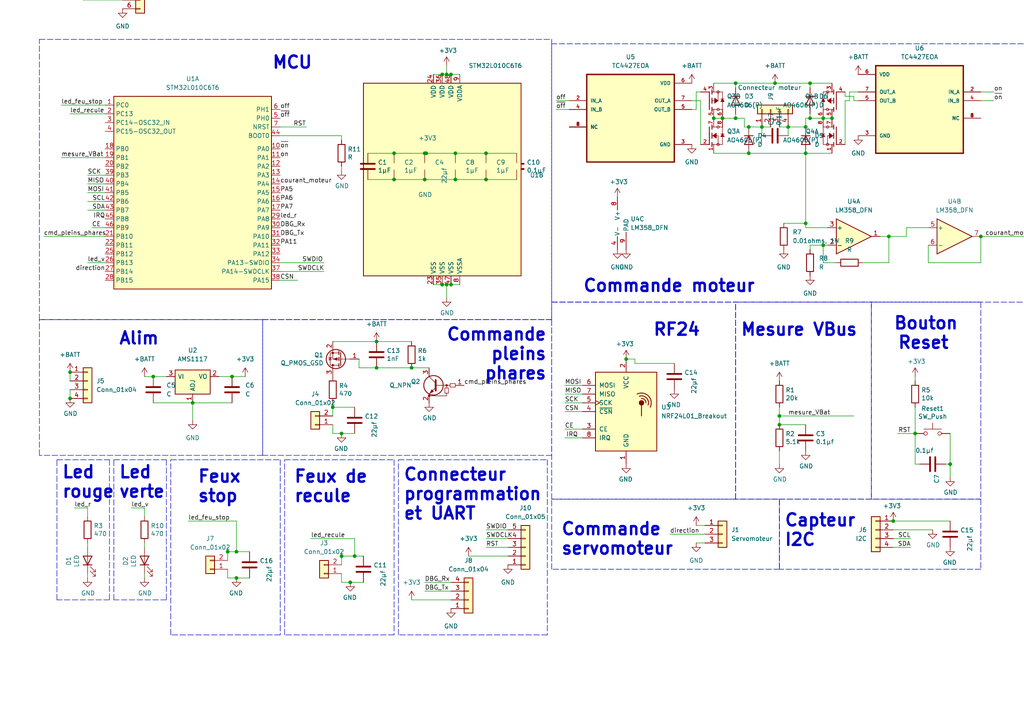
<source format=kicad_sch>
(kicad_sch (version 20211123) (generator eeschema)
  (paper "A4")
  (junction (at 213.36 34.29))
  (junction (at 209.55 34.29))
  (junction (at 99.06 125.73))
  (junction (at 234.95 24.13))
  (junction (at 226.06 120.65))
  (junction (at 238.76 34.29))
  (junction (at 140.97 44.45))
  (junction (at 220.98 36.83))
  (junction (at 257.81 68.58))
  (junction (at 238.76 71.12))
  (junction (at 130.81 21.59))
  (junction (at 128.27 21.59))
  (junction (at 226.06 123.19))
  (junction (at 114.3 44.45))
  (junction (at 233.68 44.45))
  (junction (at 99.06 161.29))
  (junction (at 132.08 52.07))
  (junction (at 128.27 82.55))
  (junction (at 123.19 52.07))
  (junction (at 265.43 125.73))
  (junction (at 44.45 109.22))
  (junction (at 68.58 160.02))
  (junction (at 119.38 106.68))
  (junction (at 129.54 21.59))
  (junction (at 102.87 161.29))
  (junction (at 217.17 44.45))
  (junction (at 20.32 115.57))
  (junction (at 181.61 104.14))
  (junction (at 241.3 34.29))
  (junction (at 55.88 116.84))
  (junction (at 217.17 36.83))
  (junction (at 224.79 24.13))
  (junction (at 123.6137 44.45))
  (junction (at 129.54 82.55))
  (junction (at 114.3 52.07))
  (junction (at 140.97 52.07))
  (junction (at 123.19 44.45))
  (junction (at 233.68 64.77))
  (junction (at 96.52 118.11))
  (junction (at 259.08 151.13))
  (junction (at 233.68 36.83))
  (junction (at 130.81 82.55))
  (junction (at 66.04 160.02))
  (junction (at 284.48 68.58))
  (junction (at 275.59 134.62))
  (junction (at 132.08 44.45))
  (junction (at 207.01 34.29))
  (junction (at 213.36 24.13))
  (junction (at 228.6 36.83))
  (junction (at 109.22 99.06))
  (junction (at 234.95 34.29))
  (junction (at 101.6 168.91))
  (junction (at 68.58 167.64))
  (junction (at 20.32 107.95))
  (junction (at 109.22 106.68))
  (junction (at 67.31 109.22))
  (wire (pts (xy 163.83 111.76) (xy 168.91 111.76)))
  (wire (pts (xy 105.41 168.91) (xy 101.6 168.91)))
  (wire (pts (xy 20.32 113.03) (xy 20.32 115.57)))
  (polyline (pts (xy 158.75 133.35) (xy 158.75 184.15)))
  (wire (pts (xy 96.52 125.73) (xy 96.52 123.19)))
  (wire (pts (xy 238.76 71.12) (xy 238.76 76.2)))
  (wire (pts (xy 228.6 36.83) (xy 233.68 36.83)))
  (polyline (pts (xy 160.02 87.63) (xy 300.99 87.63)))
  (wire (pts (xy 68.58 167.64) (xy 66.04 167.64)))
  (wire (pts (xy 163.83 114.3) (xy 168.91 114.3)))
  (wire (pts (xy 201.93 152.4) (xy 204.47 152.4)))
  (wire (pts (xy 123.19 168.91) (xy 130.81 168.91)))
  (wire (pts (xy 234.95 24.13) (xy 241.3 24.13)))
  (polyline (pts (xy 160.02 92.71) (xy 11.43 92.71)))
  (wire (pts (xy 184.15 105.41) (xy 184.15 104.14)))
  (wire (pts (xy 130.81 21.59) (xy 133.35 21.59)))
  (polyline (pts (xy 16.51 173.99) (xy 16.51 133.35)))
  (polyline (pts (xy 114.3 133.35) (xy 114.3 184.15)))
  (wire (pts (xy 129.54 86.36) (xy 129.54 82.55)))
  (polyline (pts (xy 252.73 87.63) (xy 284.48 87.63)))
  (wire (pts (xy 226.06 36.83) (xy 228.6 36.83)))
  (polyline (pts (xy 158.75 184.15) (xy 115.57 184.15)))
  (wire (pts (xy 215.9 34.29) (xy 215.9 36.83)))
  (wire (pts (xy 25.4 149.86) (xy 25.4 147.32)))
  (wire (pts (xy 96.52 120.65) (xy 96.52 118.11)))
  (wire (pts (xy 109.22 106.68) (xy 119.38 106.68)))
  (polyline (pts (xy 213.36 144.78) (xy 213.36 87.63)))
  (wire (pts (xy 17.78 45.72) (xy 30.48 45.72)))
  (polyline (pts (xy 82.55 184.15) (xy 82.55 133.35)))
  (wire (pts (xy 41.91 109.22) (xy 44.45 109.22)))
  (wire (pts (xy 128.27 82.55) (xy 129.54 82.55)))
  (polyline (pts (xy 31.75 173.99) (xy 16.51 173.99)))
  (polyline (pts (xy 49.53 133.35) (xy 81.28 133.35)))
  (wire (pts (xy 102.87 161.29) (xy 102.87 156.21)))
  (wire (pts (xy 262.89 66.04) (xy 262.89 68.58)))
  (wire (pts (xy 201.93 26.67) (xy 203.2 26.67)))
  (polyline (pts (xy 284.48 144.78) (xy 252.73 144.78)))
  (wire (pts (xy 246.38 26.67) (xy 248.92 26.67)))
  (wire (pts (xy 30.48 -10.16) (xy 35.56 -10.16)))
  (wire (pts (xy 257.81 76.2) (xy 257.81 68.58)))
  (wire (pts (xy 81.28 81.28) (xy 86.36 81.28)))
  (wire (pts (xy 207.01 44.45) (xy 217.17 44.45)))
  (wire (pts (xy 66.04 160.02) (xy 66.04 158.75)))
  (polyline (pts (xy 160.02 144.78) (xy 160.02 87.63)))
  (polyline (pts (xy 160.02 87.63) (xy 213.36 87.63)))
  (polyline (pts (xy 31.75 133.35) (xy 31.75 173.99)))
  (polyline (pts (xy 284.48 144.78) (xy 284.48 165.1)))
  (polyline (pts (xy 252.73 144.78) (xy 213.36 144.78)))
  (polyline (pts (xy 300.99 87.63) (xy 300.99 12.7)))
  (wire (pts (xy 209.55 34.29) (xy 213.36 34.29)))
  (wire (pts (xy 20.32 33.02) (xy 30.48 33.02)))
  (wire (pts (xy 257.81 68.58) (xy 255.27 68.58)))
  (polyline (pts (xy 252.73 144.78) (xy 252.73 87.63)))
  (wire (pts (xy 129.54 21.59) (xy 130.81 21.59)))
  (wire (pts (xy 135.89 161.29) (xy 147.32 161.29)))
  (wire (pts (xy 101.6 168.91) (xy 99.06 168.91)))
  (polyline (pts (xy 115.57 133.35) (xy 158.75 133.35)))
  (wire (pts (xy 163.83 116.84) (xy 168.91 116.84)))
  (wire (pts (xy 102.87 161.29) (xy 105.41 161.29)))
  (wire (pts (xy 30.48 58.42) (xy 25.4 58.42)))
  (wire (pts (xy 132.08 44.45) (xy 140.97 44.45)))
  (wire (pts (xy 238.76 71.12) (xy 234.95 71.12)))
  (wire (pts (xy 68.58 160.02) (xy 72.39 160.02)))
  (wire (pts (xy 130.81 82.55) (xy 133.35 82.55)))
  (wire (pts (xy 24.13 0) (xy 35.56 0)))
  (wire (pts (xy 20.32 107.95) (xy 20.32 110.49)))
  (polyline (pts (xy 11.43 132.08) (xy 11.43 92.71)))
  (wire (pts (xy 201.93 31.75) (xy 201.93 26.67)))
  (wire (pts (xy 96.52 118.11) (xy 102.87 118.11)))
  (wire (pts (xy 247.65 29.21) (xy 247.65 27.94)))
  (wire (pts (xy 25.4 50.8) (xy 30.48 50.8)))
  (polyline (pts (xy 48.26 173.99) (xy 33.02 173.99)))
  (wire (pts (xy 99.06 163.83) (xy 99.06 161.29)))
  (polyline (pts (xy 160.02 11.43) (xy 160.02 92.71)))
  (wire (pts (xy 184.15 104.14) (xy 181.61 104.14)))
  (wire (pts (xy 102.87 125.73) (xy 99.06 125.73)))
  (wire (pts (xy 99.06 161.29) (xy 102.87 161.29)))
  (wire (pts (xy 200.66 31.75) (xy 201.93 31.75)))
  (wire (pts (xy 81.28 39.37) (xy 99.06 39.37)))
  (wire (pts (xy 220.98 36.83) (xy 220.98 39.37)))
  (wire (pts (xy 123.19 44.45) (xy 123.6137 44.45)))
  (wire (pts (xy 66.04 160.02) (xy 68.58 160.02)))
  (wire (pts (xy 72.39 167.64) (xy 68.58 167.64)))
  (wire (pts (xy 140.97 44.45) (xy 149.86 44.45)))
  (wire (pts (xy 125.73 21.59) (xy 128.27 21.59)))
  (wire (pts (xy 200.66 29.21) (xy 203.2 29.21)))
  (wire (pts (xy 123.19 52.07) (xy 132.08 52.07)))
  (wire (pts (xy 132.08 52.07) (xy 140.97 52.07)))
  (wire (pts (xy 226.06 118.11) (xy 226.06 120.65)))
  (polyline (pts (xy 226.06 165.1) (xy 226.06 144.78)))
  (polyline (pts (xy 11.43 92.71) (xy 76.2 92.71)))
  (wire (pts (xy 21.59 147.32) (xy 25.4 147.32)))
  (wire (pts (xy 269.24 76.2) (xy 284.48 76.2)))
  (wire (pts (xy 114.3 52.07) (xy 123.19 52.07)))
  (wire (pts (xy 234.95 33.02) (xy 234.95 34.29)))
  (wire (pts (xy 248.92 29.21) (xy 247.65 29.21)))
  (wire (pts (xy 67.31 109.22) (xy 71.12 109.22)))
  (polyline (pts (xy 284.48 165.1) (xy 226.06 165.1)))
  (polyline (pts (xy 82.55 133.35) (xy 114.3 133.35)))
  (wire (pts (xy 125.73 82.55) (xy 128.27 82.55)))
  (wire (pts (xy 238.76 34.29) (xy 241.3 34.29)))
  (polyline (pts (xy 33.02 173.99) (xy 33.02 133.35)))
  (wire (pts (xy 233.68 36.83) (xy 233.68 34.29)))
  (wire (pts (xy 233.68 34.29) (xy 234.95 34.29)))
  (wire (pts (xy 265.43 110.49) (xy 265.43 109.22)))
  (wire (pts (xy 119.38 173.99) (xy 130.81 173.99)))
  (wire (pts (xy 213.36 24.13) (xy 213.36 25.4)))
  (wire (pts (xy 25.4 167.64) (xy 25.4 166.37)))
  (wire (pts (xy 245.11 41.91) (xy 245.11 29.21)))
  (polyline (pts (xy 160.02 12.7) (xy 160.02 87.63)))
  (wire (pts (xy 68.58 151.13) (xy 68.58 160.02)))
  (wire (pts (xy 284.48 68.58) (xy 299.72 68.58)))
  (wire (pts (xy 234.95 24.13) (xy 234.95 25.4)))
  (wire (pts (xy 284.48 26.67) (xy 288.29 26.67)))
  (wire (pts (xy 99.06 125.73) (xy 96.52 125.73)))
  (polyline (pts (xy 160.02 92.71) (xy 160.02 132.08)))
  (wire (pts (xy 161.29 31.75) (xy 165.1 31.75)))
  (polyline (pts (xy 226.06 144.78) (xy 284.48 144.78)))
  (wire (pts (xy 213.36 34.29) (xy 215.9 34.29)))
  (wire (pts (xy 207.01 24.13) (xy 213.36 24.13)))
  (wire (pts (xy 217.17 44.45) (xy 233.68 44.45)))
  (wire (pts (xy 233.68 44.45) (xy 241.3 44.45)))
  (wire (pts (xy 96.52 99.06) (xy 109.22 99.06)))
  (polyline (pts (xy 76.2 92.71) (xy 160.02 92.71)))
  (wire (pts (xy 104.14 104.14) (xy 104.14 106.68)))
  (wire (pts (xy 275.59 134.62) (xy 274.32 134.62)))
  (wire (pts (xy 275.59 138.43) (xy 275.59 134.62)))
  (wire (pts (xy 128.27 21.59) (xy 129.54 21.59)))
  (wire (pts (xy 26.67 66.04) (xy 30.48 66.04)))
  (wire (pts (xy 41.91 157.48) (xy 41.91 158.75)))
  (wire (pts (xy 54.61 151.13) (xy 68.58 151.13)))
  (wire (pts (xy 269.24 71.12) (xy 269.24 76.2)))
  (wire (pts (xy 25.4 55.88) (xy 30.48 55.88)))
  (wire (pts (xy 114.3 44.45) (xy 123.19 44.45)))
  (polyline (pts (xy 76.2 132.08) (xy 11.43 132.08)))
  (polyline (pts (xy 49.53 184.15) (xy 49.53 133.35)))
  (wire (pts (xy 220.98 36.83) (xy 223.52 36.83)))
  (wire (pts (xy 234.95 34.29) (xy 238.76 34.29)))
  (wire (pts (xy 201.93 157.48) (xy 204.47 157.48)))
  (wire (pts (xy 194.31 154.94) (xy 204.47 154.94)))
  (polyline (pts (xy 16.51 133.35) (xy 31.75 133.35)))
  (wire (pts (xy 228.6 36.83) (xy 228.6 39.37)))
  (wire (pts (xy 269.24 66.04) (xy 262.89 66.04)))
  (wire (pts (xy 140.97 158.75) (xy 147.32 158.75)))
  (wire (pts (xy 233.68 44.45) (xy 233.68 64.77)))
  (wire (pts (xy 203.2 29.21) (xy 203.2 41.91)))
  (wire (pts (xy 213.36 33.02) (xy 213.36 34.29)))
  (polyline (pts (xy 81.28 184.15) (xy 49.53 184.15)))
  (wire (pts (xy 233.68 64.77) (xy 233.68 66.04)))
  (wire (pts (xy 259.08 151.13) (xy 275.59 151.13)))
  (wire (pts (xy 260.35 125.73) (xy 265.43 125.73)))
  (wire (pts (xy 99.06 48.26) (xy 99.06 49.53)))
  (wire (pts (xy 99.06 39.37) (xy 99.06 40.64)))
  (wire (pts (xy 25.4 53.34) (xy 30.48 53.34)))
  (wire (pts (xy 106.68 44.45) (xy 114.3 44.45)))
  (wire (pts (xy 215.9 36.83) (xy 217.17 36.83)))
  (wire (pts (xy 265.43 118.11) (xy 265.43 125.73)))
  (wire (pts (xy 226.06 120.65) (xy 226.06 123.19)))
  (wire (pts (xy 123.6137 44.45) (xy 132.08 44.45)))
  (wire (pts (xy 213.36 24.13) (xy 224.79 24.13)))
  (wire (pts (xy 140.97 153.67) (xy 147.32 153.67)))
  (wire (pts (xy 245.11 29.21) (xy 246.38 29.21)))
  (polyline (pts (xy 226.06 165.1) (xy 160.02 165.1)))
  (polyline (pts (xy 160.02 144.78) (xy 226.06 144.78)))
  (wire (pts (xy 44.45 116.84) (xy 55.88 116.84)))
  (polyline (pts (xy 213.36 144.78) (xy 213.36 87.63)))
  (wire (pts (xy 140.97 156.21) (xy 147.32 156.21)))
  (polyline (pts (xy 11.43 92.71) (xy 11.43 11.43)))
  (wire (pts (xy 63.5 109.22) (xy 67.31 109.22)))
  (polyline (pts (xy 48.26 133.35) (xy 48.26 173.99)))
  (wire (pts (xy 233.68 66.04) (xy 240.03 66.04)))
  (wire (pts (xy 240.03 71.12) (xy 238.76 71.12)))
  (wire (pts (xy 266.7 134.62) (xy 265.43 134.62)))
  (wire (pts (xy 161.29 29.21) (xy 165.1 29.21)))
  (wire (pts (xy 109.22 99.06) (xy 119.38 99.06)))
  (wire (pts (xy 30.48 -7.62) (xy 35.56 -7.62)))
  (wire (pts (xy 224.79 24.13) (xy 234.95 24.13)))
  (wire (pts (xy 99.06 168.91) (xy 99.06 166.37)))
  (wire (pts (xy 275.59 125.73) (xy 275.59 134.62)))
  (wire (pts (xy 44.45 109.22) (xy 48.26 109.22)))
  (wire (pts (xy 250.19 76.2) (xy 257.81 76.2)))
  (wire (pts (xy 96.52 118.11) (xy 96.52 116.84)))
  (polyline (pts (xy 114.3 184.15) (xy 82.55 184.15)))
  (wire (pts (xy 270.51 153.67) (xy 259.08 153.67)))
  (wire (pts (xy 41.91 149.86) (xy 41.91 147.32)))
  (wire (pts (xy 245.11 27.94) (xy 245.11 26.67)))
  (polyline (pts (xy 81.28 133.35) (xy 81.28 184.15)))
  (wire (pts (xy 123.19 171.45) (xy 130.81 171.45)))
  (wire (pts (xy 163.83 119.38) (xy 168.91 119.38)))
  (wire (pts (xy 195.58 105.41) (xy 184.15 105.41)))
  (polyline (pts (xy 115.57 184.15) (xy 115.57 133.35)))
  (wire (pts (xy 284.48 76.2) (xy 284.48 68.58)))
  (wire (pts (xy 30.48 -2.54) (xy 35.56 -2.54)))
  (wire (pts (xy 17.78 30.48) (xy 30.48 30.48)))
  (wire (pts (xy 38.1 147.32) (xy 41.91 147.32)))
  (polyline (pts (xy 252.73 87.63) (xy 252.73 144.78)))
  (polyline (pts (xy 289.56 12.7) (xy 160.02 12.7)))
  (wire (pts (xy 246.38 29.21) (xy 246.38 26.67)))
  (wire (pts (xy 25.4 76.2) (xy 30.48 76.2)))
  (wire (pts (xy 55.88 116.84) (xy 67.31 116.84)))
  (wire (pts (xy 163.83 127) (xy 168.91 127)))
  (wire (pts (xy 55.88 121.92) (xy 55.88 116.84)))
  (wire (pts (xy 81.28 36.83) (xy 88.9 36.83)))
  (wire (pts (xy 233.68 64.77) (xy 227.33 64.77)))
  (wire (pts (xy 238.76 76.2) (xy 242.57 76.2)))
  (polyline (pts (xy 160.02 132.08) (xy 76.2 132.08)))
  (wire (pts (xy 163.83 124.46) (xy 168.91 124.46)))
  (wire (pts (xy 90.17 156.21) (xy 102.87 156.21)))
  (polyline (pts (xy 11.43 11.43) (xy 160.02 11.43)))
  (polyline (pts (xy 213.36 87.63) (xy 252.73 87.63)))
  (wire (pts (xy 233.68 123.19) (xy 226.06 123.19)))
  (wire (pts (xy 25.4 157.48) (xy 25.4 158.75)))
  (wire (pts (xy 265.43 134.62) (xy 265.43 125.73)))
  (wire (pts (xy 264.16 156.21) (xy 259.08 156.21)))
  (wire (pts (xy 66.04 167.64) (xy 66.04 165.1)))
  (wire (pts (xy 217.17 36.83) (xy 220.98 36.83)))
  (wire (pts (xy 129.54 82.55) (xy 130.81 82.55)))
  (wire (pts (xy 66.04 162.56) (xy 66.04 160.02)))
  (wire (pts (xy 99.06 161.29) (xy 99.06 160.02)))
  (polyline (pts (xy 288.29 12.7) (xy 300.99 12.7)))
  (wire (pts (xy 104.14 106.68) (xy 109.22 106.68)))
  (polyline (pts (xy 160.02 165.1) (xy 160.02 144.78)))
  (wire (pts (xy 129.54 19.05) (xy 129.54 21.59)))
  (wire (pts (xy 226.06 120.65) (xy 247.65 120.65)))
  (polyline (pts (xy 33.02 133.35) (xy 48.26 133.35)))
  (wire (pts (xy 247.65 27.94) (xy 245.11 27.94)))
  (wire (pts (xy 106.68 52.07) (xy 114.3 52.07)))
  (wire (pts (xy 140.97 52.07) (xy 149.86 52.07)))
  (polyline (pts (xy 213.36 144.78) (xy 160.02 144.78)))
  (wire (pts (xy 30.48 -5.08) (xy 35.56 -5.08)))
  (polyline (pts (xy 284.48 87.63) (xy 284.48 144.78)))
  (wire (pts (xy 262.89 68.58) (xy 257.81 68.58)))
  (wire (pts (xy 81.28 76.2) (xy 93.98 76.2)))
  (wire (pts (xy 81.28 78.74) (xy 93.98 78.74)))
  (wire (pts (xy 12.7 68.58) (xy 30.48 68.58)))
  (polyline (pts (xy 76.2 132.08) (xy 76.2 92.71)))
  (wire (pts (xy 234.95 71.12) (xy 234.95 72.39)))
  (wire (pts (xy 30.48 60.96) (xy 25.4 60.96)))
  (wire (pts (xy 226.06 130.81) (xy 226.06 134.62)))
  (wire (pts (xy 41.91 167.64) (xy 41.91 166.37)))
  (wire (pts (xy 119.38 106.68) (xy 124.46 106.68)))
  (wire (pts (xy 264.16 158.75) (xy 259.08 158.75)))
  (polyline (pts (xy 226.06 144.78) (xy 226.06 165.1)))
  (polyline (pts (xy 76.2 92.71) (xy 76.2 132.08)))
  (wire (pts (xy 207.01 34.29) (xy 209.55 34.29)))
  (wire (pts (xy 284.48 29.21) (xy 288.29 29.21)))
  (text "Feux de\nrecule" (at 85.09 146.05 0) (effects (font (size 3.5052 3.5052) (thickness 0.701) bold) (justify left bottom)))
  (text "MCU" (at 78.74 20.32 0) (effects (font (size 3.5052 3.5052) (thickness 0.701) bold) (justify left bottom)))
  (text "Alim" (at 34.29 100.33 0) (effects (font (size 3.5052 3.5052) (thickness 0.701) bold) (justify left bottom)))
  (text "Bouton\nReset \n" (at 278.13 101.6 180) (effects (font (size 3.5052 3.5052) (thickness 0.701) bold) (justify right bottom)))
  (text "RF24" (at 189.23 97.79 0) (effects (font (size 3.5052 3.5052) (thickness 0.701) bold) (justify left bottom)))
  (text "Led\nrouge" (at 17.78 144.78 0) (effects (font (size 3.5052 3.5052) (thickness 0.701) bold) (justify left bottom)))
  (text "Connecteur\nprogrammation\net UART" (at 116.84 151.13 0) (effects (font (size 3.5052 3.5052) (thickness 0.701) bold) (justify left bottom)))
  (text "Commande moteur" (at 168.91 85.09 0) (effects (font (size 3.5052 3.5052) (thickness 0.701) bold) (justify left bottom)))
  (text "Feux\nstop" (at 57.15 146.05 0) (effects (font (size 3.5052 3.5052) (thickness 0.701) bold) (justify left bottom)))
  (text "Commande\npleins\nphares" (at 158.75 110.49 180) (effects (font (size 3.5052 3.5052) (thickness 0.701) bold) (justify right bottom)))
  (text "Mesure VBus" (at 248.92 97.79 180) (effects (font (size 3.5052 3.5052) (thickness 0.701) bold) (justify right bottom)))
  (text "Commande\nservomoteur" (at 162.56 161.29 0) (effects (font (size 3.5052 3.5052) (thickness 0.701) bold) (justify left bottom)))
  (text "Led\nverte" (at 34.29 144.78 0) (effects (font (size 3.5052 3.5052) (thickness 0.701) bold) (justify left bottom)))
  (text "Capteur\nI2C" (at 227.33 158.75 0) (effects (font (size 3.5052 3.5052) (thickness 0.701) bold) (justify left bottom)))
  (label "SDA" (at 30.48 60.96 180))
  (label "led_feu_stop" (at 54.61 151.13 0))
  (label "SCL" (at 264.16 156.21 180))
  (label "PA5" (at 81.28 55.88 0))
  (label "CSN" (at 163.83 119.38 0))
  (label "courant_moteur" (at 81.28 53.34 0))
  (label "MISO" (at 25.4 53.34 0))
  (label "SWDCLK" (at 86.36 78.74 0))
  (label "mesure_VBat" (at 228.6 120.65 0))
  (label "led_r" (at 21.59 147.32 0))
  (label "SDA" (at 264.16 158.75 180))
  (label "DBG_Rx" (at 81.28 66.04 0))
  (label "PA5" (at 30.48 -2.54 0))
  (label "direction" (at 30.48 78.74 180))
  (label "~{on}" (at 288.29 29.21 0))
  (label "PA11" (at 81.28 71.12 0))
  (label "led_recule" (at 90.17 156.21 0))
  (label "MISO" (at 163.83 114.3 0))
  (label "led_feu_stop" (at 17.78 30.48 0))
  (label "courant_moteur" (at 285.75 68.58 0))
  (label "PA7" (at 81.28 60.96 0))
  (label "PA11" (at 30.48 -10.16 0))
  (label "led_recule" (at 20.32 33.02 0))
  (label "cmd_pleins_phares" (at 134.62 111.76 0))
  (label "led_v" (at 38.1 147.32 0))
  (label "led_v" (at 25.4 76.2 0))
  (label "led_r" (at 81.28 63.5 0))
  (label "mesure_VBat" (at 17.78 45.72 0))
  (label "PA7" (at 30.48 -7.62 0))
  (label "cmd_pleins_phares" (at 12.7 68.58 0))
  (label "CSN" (at 81.28 81.28 0))
  (label "SWDIO" (at 140.97 153.67 0))
  (label "RST" (at 85.09 36.83 0))
  (label "~{off}" (at 161.29 31.75 0))
  (label "RST" (at 264.16 125.73 180))
  (label "DBG_Rx" (at 123.19 168.91 0))
  (label "PA6" (at 81.28 58.42 0))
  (label "~{off}" (at 81.28 34.29 0))
  (label "DBG_Tx" (at 81.28 68.58 0))
  (label "SCK" (at 25.4 50.8 0))
  (label "off" (at 81.28 31.75 0))
  (label "PA6" (at 30.48 -5.08 0))
  (label "RST" (at 140.97 158.75 0))
  (label "IRQ" (at 167.64 127 180))
  (label "DBG_Tx" (at 123.19 171.45 0))
  (label "~{on}" (at 81.28 43.18 0))
  (label "CE" (at 163.83 124.46 0))
  (label "off" (at 161.29 29.21 0))
  (label "SWDIO" (at 87.63 76.2 0))
  (label "IRQ" (at 30.48 63.5 180))
  (label "on" (at 81.28 45.72 0))
  (label "CE" (at 26.67 66.04 0))
  (label "MOSI" (at 163.83 111.76 0))
  (label "on" (at 288.29 26.67 0))
  (label "direction" (at 194.31 154.94 0))
  (label "SWDCLK" (at 140.97 156.21 0))
  (label "MOSI" (at 25.4 55.88 0))
  (label "SCL" (at 30.48 58.42 180))
  (label "SCK" (at 163.83 116.84 0))
  (symbol (lib_id "power:+BATT") (at 248.92 21.59 0) (unit 1)
    (property "Reference" "#PWR040" (effects hide))
    (property "Value" "+BATT" (at 248.92 16.51 0))
  )
  (symbol (lib_name "GND_1") (lib_id "power:GND") (at 147.32 163.83 0) (unit 1)
    (property "Reference" "#PWR0109" (effects hide))
    (property "Value" "GND" (at 147.32 168.91 0))
  )
  (symbol (lib_id "power:+3V3") (at 259.08 151.13 0) (mirror y) (unit 1)
    (property "Reference" "#PWR028" (effects hide))
    (property "Value" "+3V3" (at 258.699 146.7358 0))
  )
  (symbol (lib_id "Device:R") (at 234.95 76.2 0) (unit 1)
    (property "Reference" "R8" (at 237.49 74.9299 0) (effects (justify left)))
    (property "Value" "R" (at 237.49 77.4699 0) (effects (justify left)))
    (property "Footprint" "Resistor_SMD:R_0603_1608Metric" (effects hide))
  )
  (symbol (lib_id "Device:C") (at 106.68 48.26 0) (unit 1)
    (property "Reference" "C1" (at 109.601 47.0916 0) (effects (justify left)))
    (property "Value" "1µF" (at 109.601 49.403 0) (effects (justify left)))
    (property "Footprint" "Capacitor_SMD:C_0805_2012Metric" (effects hide))
  )
  (symbol (lib_id "Device:R") (at 96.52 113.03 0) (unit 1)
    (property "Reference" "R4" (at 98.298 111.8616 0) (effects (justify left)))
    (property "Value" "470" (at 98.298 114.173 0) (effects (justify left)))
    (property "Footprint" "Resistor_SMD:R_0603_1608Metric" (effects hide))
  )
  (symbol (lib_id "AO4606:AO4606(P)") (at 242.57 39.37 0) (mirror y) (unit 1)
    (property "Reference" "Q4" (at 237.49 38.0999 0) (effects (justify left)))
    (property "Value" "AO4606(P)" (at 237.49 40.6399 0) (effects (justify left)))
    (property "Footprint" "AO4606:AO4606" (effects hide))
  )
  (symbol (lib_name "+3V3_1") (lib_id "power:+3V3") (at 119.38 173.99 0) (unit 1)
    (property "Reference" "#PWR0108" (effects hide))
    (property "Value" "+3V3" (at 119.38 168.91 0))
  )
  (symbol (lib_id "power:GND") (at 227.33 72.39 0) (unit 1)
    (property "Reference" "#PWR038" (effects hide))
    (property "Value" "GND" (at 227.33 77.47 0))
  )
  (symbol (lib_id "Device:C") (at 72.39 163.83 0) (unit 1)
    (property "Reference" "C16" (at 75.311 162.6616 0) (effects (justify left)))
    (property "Value" "22µf" (at 78.0796 168.8592 90) (effects (justify left)))
    (property "Footprint" "Capacitor_SMD:C_0805_2012Metric" (effects hide))
  )
  (symbol (lib_id "power:+BATT") (at 20.32 107.95 0) (unit 1)
    (property "Reference" "#PWR018" (effects hide))
    (property "Value" "+BATT" (at 20.32 102.87 0))
  )
  (symbol (lib_id "Device:C") (at 109.22 102.87 0) (unit 1)
    (property "Reference" "C13" (at 112.141 101.7016 0) (effects (justify left)))
    (property "Value" "1nF" (at 112.141 104.013 0) (effects (justify left)))
    (property "Footprint" "Capacitor_SMD:C_0805_2012Metric" (effects hide))
  )
  (symbol (lib_id "Connector_Generic:Conn_01x02") (at 91.44 123.19 180) (unit 1)
    (property "Reference" "J4" (at 91.44 114.3 0))
    (property "Value" "Conn_01x02" (at 91.44 116.84 0))
    (property "Footprint" "Connector_PinHeader_2.54mm:PinHeader_1x02_P2.54mm_Vertical" (effects hide))
  )
  (symbol (lib_id "power:GND") (at 270.51 153.67 0) (unit 1)
    (property "Reference" "#PWR029" (effects hide))
    (property "Value" "GND" (at 270.637 158.0642 0))
  )
  (symbol (lib_id "Connector_Generic:Conn_01x06") (at 40.64 -5.08 0) (unit 1)
    (property "Reference" "J2" (at 43.18 -5.0801 0) (effects (justify left)))
    (property "Value" "Conn_01x06" (at 43.18 -2.5401 0) (effects (justify left)))
    (property "Footprint" "Connector_PinHeader_2.54mm:PinHeader_1x06_P2.54mm_Vertical" (effects hide))
  )
  (symbol (lib_id "Device:C") (at 102.87 121.92 0) (unit 1)
    (property "Reference" "C12" (at 105.791 120.7516 0) (effects (justify left)))
    (property "Value" "22µf" (at 108.5596 126.9492 90) (effects (justify left)))
    (property "Footprint" "Capacitor_SMD:C_0805_2012Metric" (effects hide))
  )
  (symbol (lib_id "Amplifier_Operational:LM358_DFN") (at 181.61 64.77 0) (unit 3)
    (property "Reference" "U4" (at 182.88 63.4999 0) (effects (justify left)))
    (property "Value" "LM358_DFN" (at 182.88 66.0399 0) (effects (justify left)))
    (property "Footprint" "Package_SO:SOP-8_3.9x4.9mm_P1.27mm" (effects hide))
    (property "Datasheet" "www.st.com/resource/en/datasheet/lm358.pdf" (effects hide))
  )
  (symbol (lib_id "Device:R") (at 119.38 102.87 0) (unit 1)
    (property "Reference" "R6" (at 121.158 101.7016 0) (effects (justify left)))
    (property "Value" "1k" (at 121.158 104.013 0) (effects (justify left)))
    (property "Footprint" "Resistor_SMD:R_0603_1608Metric" (effects hide))
  )
  (symbol (lib_id "Connector_Generic:Conn_01x04") (at 135.89 173.99 0) (mirror x) (unit 1)
    (property "Reference" "J8" (at 135.89 162.56 0))
    (property "Value" "Conn_01x04" (at 135.89 165.1 0))
    (property "Footprint" "Connector_JST:JST_EH_B4B-EH-A_1x04_P2.50mm_Vertical" (effects hide))
  )
  (symbol (lib_id "power:GND") (at 275.59 138.43 0) (unit 1)
    (property "Reference" "#PWR020" (effects hide))
    (property "Value" "GND" (at 275.717 142.8242 0))
  )
  (symbol (lib_id "power:GND") (at 233.68 130.81 0) (unit 1)
    (property "Reference" "#PWR08" (effects hide))
    (property "Value" "GND" (at 233.807 135.2042 0))
  )
  (symbol (lib_id "Device:C") (at 132.08 48.26 0) (unit 1)
    (property "Reference" "C8" (at 135.001 47.0916 0) (effects (justify left)))
    (property "Value" "1µF" (at 135.001 49.403 0) (effects (justify left)))
    (property "Footprint" "Capacitor_SMD:C_0805_2012Metric" (effects hide))
  )
  (symbol (lib_id "power:GND") (at 201.93 157.48 0) (unit 1)
    (property "Reference" "#PWR011" (effects hide))
    (property "Value" "GND" (at 201.93 162.56 0))
  )
  (symbol (lib_id "Connector_Generic:Conn_01x02") (at 93.98 166.37 180) (unit 1)
    (property "Reference" "J3" (at 93.98 157.48 0))
    (property "Value" "Conn_01x02" (at 93.98 160.02 0))
    (property "Footprint" "Connector_PinHeader_2.54mm:PinHeader_1x02_P2.54mm_Vertical" (effects hide))
  )
  (symbol (lib_id "power:GND") (at 200.66 41.91 0) (mirror y) (unit 1)
    (property "Reference" "#PWR036" (effects hide))
    (property "Value" "GND" (at 200.66 46.99 0))
  )
  (symbol (lib_id "Device:C") (at 224.79 39.37 90) (unit 1)
    (property "Reference" "C17" (at 223.6216 36.449 0) (effects (justify left)))
    (property "Value" "0.1µF" (at 225.933 36.449 0) (effects (justify left)))
    (property "Footprint" "Capacitor_SMD:C_0805_2012Metric" (effects hide))
  )
  (symbol (lib_id "RF:NRF24L01_Breakout") (at 181.61 119.38 0) (unit 1)
    (property "Reference" "U3" (at 191.77 118.1099 0) (effects (justify left)))
    (property "Value" "NRF24L01_Breakout" (at 191.77 120.6499 0) (effects (justify left)))
    (property "Footprint" "nRF24L01:nRF24L01_Breakout" (effects hide))
    (property "Datasheet" "http://www.nordicsemi.com/eng/content/download/2730/34105/file/nRF24L01_Product_Specification_v2_0.pdf" (effects hide))
  )
  (symbol (lib_id "TC4427A:TC4427EOA") (at 182.88 34.29 0) (unit 1)
    (property "Reference" "U5" (at 182.88 16.51 0))
    (property "Value" "TC4427EOA" (at 182.88 19.05 0))
    (property "Footprint" "TC4427EOA:SOIC127P599X175-8N" (effects hide))
  )
  (symbol (lib_id "AO4606:AO4606(P)") (at 242.57 29.21 0) (mirror y) (unit 2)
    (property "Reference" "Q4" (at 237.49 27.9399 0) (effects (justify left)))
    (property "Value" "AO4606(P)" (at 237.49 30.4799 0) (effects (justify left)))
    (property "Footprint" "AO4606:AO4606" (effects hide))
  )
  (symbol (lib_name "+3V3_1") (lib_id "power:+3V3") (at 24.13 0 0) (unit 1)
    (property "Reference" "#PWR0101" (effects hide))
    (property "Value" "+3V3" (at 24.13 -5.08 0))
  )
  (symbol (lib_id "Connector_Generic:Conn_01x03") (at 209.55 154.94 0) (unit 1)
    (property "Reference" "J1" (at 212.09 153.6699 0) (effects (justify left)))
    (property "Value" "Servomoteur" (at 212.09 156.2099 0) (effects (justify left)))
    (property "Footprint" "Connector_PinHeader_2.54mm:PinHeader_1x03_P2.54mm_Vertical" (effects hide))
  )
  (symbol (lib_id "power:GND") (at 195.58 113.03 0) (mirror y) (unit 1)
    (property "Reference" "#PWR027" (effects hide))
    (property "Value" "GND" (at 195.453 117.4242 0))
  )
  (symbol (lib_id "Device:R") (at 246.38 76.2 90) (unit 1)
    (property "Reference" "R9" (at 246.38 69.85 90))
    (property "Value" "R" (at 246.38 72.39 90))
    (property "Footprint" "Resistor_SMD:R_0603_1608Metric" (effects hide))
  )
  (symbol (lib_id "power:+BATT") (at 224.79 24.13 0) (unit 1)
    (property "Reference" "#PWR037" (effects hide))
    (property "Value" "+BATT" (at 224.79 19.05 0))
  )
  (symbol (lib_id "power:+3V3") (at 179.07 57.15 0) (unit 1)
    (property "Reference" "#PWR032" (effects hide))
    (property "Value" "+3V3" (at 179.451 52.7558 0))
  )
  (symbol (lib_id "Amplifier_Operational:LM358_DFN") (at 247.65 68.58 0) (unit 1)
    (property "Reference" "U4" (at 247.65 58.42 0))
    (property "Value" "LM358_DFN" (at 247.65 60.96 0))
    (property "Footprint" "Package_SO:SOP-8_3.9x4.9mm_P1.27mm" (effects hide))
    (property "Datasheet" "www.st.com/resource/en/datasheet/lm358.pdf" (effects hide))
  )
  (symbol (lib_id "Device:C") (at 44.45 113.03 0) (unit 1)
    (property "Reference" "C5" (at 48.26 111.7599 0) (effects (justify left)))
    (property "Value" "C" (at 48.26 114.2999 0) (effects (justify left)))
    (property "Footprint" "Capacitor_SMD:C_0805_2012Metric" (effects hide))
  )
  (symbol (lib_id "Device:C") (at 67.31 113.03 0) (unit 1)
    (property "Reference" "C6" (at 71.12 111.7599 0) (effects (justify left)))
    (property "Value" "C" (at 71.12 114.2999 0) (effects (justify left)))
    (property "Footprint" "Capacitor_SMD:C_0805_2012Metric" (effects hide))
  )
  (symbol (lib_id "power:GND") (at 101.6 168.91 0) (mirror y) (unit 1)
    (property "Reference" "#PWR015" (effects hide))
    (property "Value" "GND" (at 101.473 173.3042 0))
  )
  (symbol (lib_id "Connector_Generic:Conn_01x04") (at 254 153.67 0) (mirror y) (unit 1)
    (property "Reference" "J6" (at 251.46 153.6699 0) (effects (justify left)))
    (property "Value" "I2C" (at 251.46 156.2099 0) (effects (justify left)))
    (property "Footprint" "Connector_PinHeader_2.54mm:PinHeader_1x04_P2.54mm_Vertical" (effects hide))
  )
  (symbol (lib_id "Device:D") (at 234.95 29.21 270) (unit 1)
    (property "Reference" "D6" (at 237.49 27.9399 90) (effects (justify left)))
    (property "Value" "D" (at 237.49 30.4799 90) (effects (justify left)))
    (property "Footprint" "Diode_SMD:D_0603_1608Metric" (effects hide))
  )
  (symbol (lib_name "STM32L010C6T6_1") (lib_id "STM32L010C6T6:STM32L010C6T6") (at 74.93 22.86 0) (unit 1)
    (property "Reference" "U1" (at 55.88 22.86 0))
    (property "Value" "STM32L010C6T6" (at 55.88 25.4 0))
    (property "Footprint" "stm32L010C6T6:QFP50P900X900X160-48N" (effects hide))
  )
  (symbol (lib_id "Device:C") (at 114.3 48.26 0) (unit 1)
    (property "Reference" "C2" (at 117.221 47.0916 0) (effects (justify left)))
    (property "Value" "1µF" (at 117.221 49.403 0) (effects (justify left)))
    (property "Footprint" "Capacitor_SMD:C_0805_2012Metric" (effects hide))
  )
  (symbol (lib_id "power:GND") (at 181.61 72.39 0) (unit 1)
    (property "Reference" "#PWR034" (effects hide))
    (property "Value" "GND" (at 181.61 77.47 0))
  )
  (symbol (lib_id "power:+3V3") (at 181.61 104.14 0) (mirror y) (unit 1)
    (property "Reference" "#PWR024" (effects hide))
    (property "Value" "+3V3" (at 181.229 99.7458 0))
  )
  (symbol (lib_id "power:GND") (at 55.88 121.92 0) (unit 1)
    (property "Reference" "#PWR014" (effects hide))
    (property "Value" "GND" (at 55.88 127 0))
  )
  (symbol (lib_id "power:GND") (at 181.61 134.62 0) (mirror y) (unit 1)
    (property "Reference" "#PWR025" (effects hide))
    (property "Value" "GND" (at 181.483 139.0142 0))
  )
  (symbol (lib_id "Device:R") (at 41.91 153.67 0) (unit 1)
    (property "Reference" "R10" (at 43.688 152.5016 0) (effects (justify left)))
    (property "Value" "470" (at 43.688 154.813 0) (effects (justify left)))
    (property "Footprint" "Resistor_SMD:R_0603_1608Metric" (effects hide))
  )
  (symbol (lib_id "Device:C") (at 275.59 154.94 0) (unit 1)
    (property "Reference" "C15" (at 278.511 153.7716 0) (effects (justify left)))
    (property "Value" "22µf" (at 281.2796 159.9692 90) (effects (justify left)))
    (property "Footprint" "Capacitor_SMD:C_0805_2012Metric" (effects hide))
  )
  (symbol (lib_id "power:GND") (at 275.59 158.75 0) (mirror y) (unit 1)
    (property "Reference" "#PWR030" (effects hide))
    (property "Value" "GND" (at 275.463 163.1442 0))
  )
  (symbol (lib_id "Device:Q_NPN_BEC_BRT") (at 125.73 111.76 0) (mirror y) (unit 1)
    (property "Reference" "Q2" (at 121.92 110.6677 0) (effects (justify left)))
    (property "Value" "Q_NPN" (at 119.38 111.76 0) (effects (justify left)))
    (property "Footprint" "Package_TO_SOT_SMD:SOT-23" (effects hide))
  )
  (symbol (lib_id "Device:R") (at 25.4 153.67 0) (unit 1)
    (property "Reference" "R3" (at 27.178 152.5016 0) (effects (justify left)))
    (property "Value" "470" (at 27.178 154.813 0) (effects (justify left)))
    (property "Footprint" "Resistor_SMD:R_0603_1608Metric" (effects hide))
  )
  (symbol (lib_id "Device:C") (at 195.58 109.22 0) (unit 1)
    (property "Reference" "C14" (at 198.501 108.0516 0) (effects (justify left)))
    (property "Value" "22µf" (at 201.2696 114.2492 90) (effects (justify left)))
    (property "Footprint" "Capacitor_SMD:C_0805_2012Metric" (effects hide))
  )
  (symbol (lib_id "power:+BATT") (at 41.91 109.22 0) (unit 1)
    (property "Reference" "#PWR012" (effects hide))
    (property "Value" "+BATT" (at 41.91 104.14 0))
  )
  (symbol (lib_id "Regulator_Linear:AMS1117") (at 55.88 109.22 0) (unit 1)
    (property "Reference" "U2" (at 55.88 101.6 0))
    (property "Value" "AMS1117" (at 55.88 104.14 0))
    (property "Footprint" "Package_TO_SOT_SMD:SOT-223-3_TabPin2" (effects hide))
    (property "Datasheet" "http://www.advanced-monolithic.com/pdf/ds1117.pdf" (effects hide))
  )
  (symbol (lib_id "power:GND") (at 20.32 115.57 0) (unit 1)
    (property "Reference" "#PWR019" (effects hide))
    (property "Value" "GND" (at 20.447 119.9642 0))
  )
  (symbol (lib_id "Device:LED") (at 41.91 162.56 90) (unit 1)
    (property "Reference" "D2" (at 36.4236 162.7378 0))
    (property "Value" "LED" (at 38.735 162.7378 0))
    (property "Footprint" "LED_SMD:LED_0603_1608Metric" (effects hide))
  )
  (symbol (lib_id "power:GND") (at 226.06 134.62 0) (unit 1)
    (property "Reference" "#PWR07" (effects hide))
    (property "Value" "GND" (at 226.187 139.0142 0))
  )
  (symbol (lib_id "Device:D") (at 233.68 40.64 270) (unit 1)
    (property "Reference" "D5" (at 236.22 39.3699 90) (effects (justify left)))
    (property "Value" "D" (at 236.22 41.9099 90) (effects (justify left)))
    (property "Footprint" "Diode_SMD:D_0603_1608Metric" (effects hide))
  )
  (symbol (lib_name "TC4427EOA_1") (lib_id "TC4427A:TC4427EOA") (at 266.7 31.75 0) (mirror y) (unit 1)
    (property "Reference" "U6" (at 266.7 13.97 0))
    (property "Value" "TC4427EOA" (at 266.7 16.51 0))
    (property "Footprint" "TC4427EOA:SOIC127P599X175-8N" (effects hide))
  )
  (symbol (lib_id "Device:R") (at 226.06 114.3 0) (unit 1)
    (property "Reference" "R1" (at 227.838 113.1316 0) (effects (justify left)))
    (property "Value" "20k" (at 227.838 115.443 0) (effects (justify left)))
    (property "Footprint" "Resistor_SMD:R_0603_1608Metric" (effects hide))
  )
  (symbol (lib_id "power:GND") (at 41.91 167.64 0) (unit 1)
    (property "Reference" "#PWR0105" (effects hide))
    (property "Value" "GND" (at 42.037 172.0342 0))
  )
  (symbol (lib_id "power:+3V3") (at 201.93 152.4 0) (unit 1)
    (property "Reference" "#PWR010" (effects hide))
    (property "Value" "+3V3" (at 201.93 147.32 0))
  )
  (symbol (lib_id "Device:Q_PMOS_GSD") (at 99.06 104.14 180) (unit 1)
    (property "Reference" "Q1" (at 93.853 102.9716 0) (effects (justify left)))
    (property "Value" "Q_PMOS_GSD" (at 93.853 105.283 0) (effects (justify left)))
    (property "Footprint" "Package_TO_SOT_SMD:SOT-23" (effects hide))
  )
  (symbol (lib_id "Connector_Generic:Conn_01x04") (at 25.4 110.49 0) (unit 1)
    (property "Reference" "J5" (at 27.94 110.4899 0) (effects (justify left)))
    (property "Value" "Conn_01x04" (at 27.94 113.0299 0) (effects (justify left)))
    (property "Footprint" "Connector_PinHeader_2.54mm:PinHeader_1x04_P2.54mm_Vertical" (effects hide))
  )
  (symbol (lib_id "power:+BATT") (at 200.66 24.13 0) (unit 1)
    (property "Reference" "#PWR035" (effects hide))
    (property "Value" "+BATT" (at 200.66 19.05 0))
  )
  (symbol (lib_id "power:GND") (at 129.54 86.36 0) (unit 1)
    (property "Reference" "#PWR02" (effects hide))
    (property "Value" "GND" (at 129.667 90.7542 0))
  )
  (symbol (lib_id "STM32L010C6T6:STM32L010C6T6") (at 147.32 19.05 0) (unit 2)
    (property "Reference" "U1" (at 153.67 50.7999 0) (effects (justify left)))
    (property "Value" "STM32L010C6T6" (at 135.89 19.05 0) (effects (justify left)))
    (property "Footprint" "stm32L010C6T6:QFP50P900X900X160-48N" (effects hide))
  )
  (symbol (lib_id "Connector_Generic:Conn_01x05") (at 152.4 158.75 0) (mirror x) (unit 1)
    (property "Reference" "J10" (at 152.4 147.32 0))
    (property "Value" "Conn_01x05" (at 152.4 149.86 0))
    (property "Footprint" "Connector_JST:JST_EH_B5B-EH-A_1x05_P2.50mm_Vertical" (effects hide))
  )
  (symbol (lib_id "power:+3V3") (at 265.43 109.22 0) (unit 1)
    (property "Reference" "#PWR017" (effects hide))
    (property "Value" "+3V3" (at 265.811 104.8258 0))
  )
  (symbol (lib_id "power:+BATT") (at 226.06 110.49 0) (unit 1)
    (property "Reference" "#PWR013" (effects hide))
    (property "Value" "+BATT" (at 226.06 105.41 0))
  )
  (symbol (lib_id "Device:C") (at 140.97 48.26 0) (unit 1)
    (property "Reference" "C9" (at 143.891 47.0916 0) (effects (justify left)))
    (property "Value" "1µF" (at 143.891 49.403 0) (effects (justify left)))
    (property "Footprint" "Capacitor_SMD:C_0805_2012Metric" (effects hide))
  )
  (symbol (lib_id "power:GND") (at 124.46 116.84 0) (unit 1)
    (property "Reference" "#PWR026" (effects hide))
    (property "Value" "GND" (at 124.587 121.2342 0))
  )
  (symbol (lib_id "Device:D") (at 217.17 40.64 270) (unit 1)
    (property "Reference" "D4" (at 219.71 39.3699 90) (effects (justify left)))
    (property "Value" "D" (at 219.71 41.9099 90) (effects (justify left)))
    (property "Footprint" "Diode_SMD:D_0603_1608Metric" (effects hide))
  )
  (symbol (lib_name "GND_1") (lib_id "power:GND") (at 35.56 2.54 0) (unit 1)
    (property "Reference" "#PWR0102" (effects hide))
    (property "Value" "GND" (at 35.56 7.62 0))
  )
  (symbol (lib_id "power:GND") (at 99.06 125.73 0) (mirror y) (unit 1)
    (property "Reference" "#PWR022" (effects hide))
    (property "Value" "GND" (at 98.933 130.1242 0))
  )
  (symbol (lib_id "power:GND") (at 179.07 72.39 0) (unit 1)
    (property "Reference" "#PWR033" (effects hide))
    (property "Value" "GND" (at 179.07 77.47 0))
  )
  (symbol (lib_id "power:+3V3") (at 71.12 109.22 0) (unit 1)
    (property "Reference" "#PWR016" (effects hide))
    (property "Value" "+3V3" (at 71.12 104.14 0))
  )
  (symbol (lib_id "Connector_Generic:Conn_01x04") (at 223.52 31.75 90) (unit 1)
    (property "Reference" "J9" (at 223.5199 29.21 0) (effects (justify left)))
    (property "Value" "Connecteur moteur" (at 232.41 25.4 90) (effects (justify left)))
    (property "Footprint" "Connector_PinHeader_2.54mm:PinHeader_1x04_P2.54mm_Vertical" (effects hide))
  )
  (symbol (lib_id "power:GND") (at 25.4 167.64 0) (unit 1)
    (property "Reference" "#PWR0104" (effects hide))
    (property "Value" "GND" (at 25.527 172.0342 0))
  )
  (symbol (lib_id "Switch:SW_Push") (at 270.51 125.73 0) (unit 1)
    (property "Reference" "Reset1" (at 270.51 118.491 0))
    (property "Value" "SW_Push" (at 270.51 120.8024 0))
    (property "Footprint" "Button_Switch_SMD:SW_SPST_CK_RS282G05A3" (effects hide))
  )
  (symbol (lib_id "power:+3V3") (at 129.54 19.05 0) (unit 1)
    (property "Reference" "#PWR01" (effects hide))
    (property "Value" "+3V3" (at 129.921 14.6558 0))
  )
  (symbol (lib_id "Device:C") (at 233.68 127 0) (unit 1)
    (property "Reference" "C3" (at 236.601 125.8316 0) (effects (justify left)))
    (property "Value" "0.1µf" (at 236.601 128.143 0) (effects (justify left)))
    (property "Footprint" "Capacitor_SMD:C_0805_2012Metric" (effects hide))
  )
  (symbol (lib_id "Device:D") (at 213.36 29.21 270) (unit 1)
    (property "Reference" "D3" (at 215.9 27.9399 90) (effects (justify left)))
    (property "Value" "D" (at 215.9 30.4799 90) (effects (justify left)))
    (property "Footprint" "Diode_SMD:D_0603_1608Metric" (effects hide))
  )
  (symbol (lib_id "Device:C") (at 105.41 165.1 0) (unit 1)
    (property "Reference" "C11" (at 108.331 163.9316 0) (effects (justify left)))
    (property "Value" "22µf" (at 111.0996 170.1292 90) (effects (justify left)))
    (property "Footprint" "Capacitor_SMD:C_0805_2012Metric" (effects hide))
  )
  (symbol (lib_id "power:GND") (at 68.58 167.64 0) (mirror y) (unit 1)
    (property "Reference" "#PWR031" (effects hide))
    (property "Value" "GND" (at 68.453 172.0342 0))
  )
  (symbol (lib_id "power:GND") (at 99.06 49.53 0) (unit 1)
    (property "Reference" "#PWR0103" (effects hide))
    (property "Value" "GND" (at 99.187 53.9242 0))
  )
  (symbol (lib_id "power:GND") (at 234.95 80.01 0) (unit 1)
    (property "Reference" "#PWR039" (effects hide))
    (property "Value" "GND" (at 234.95 85.09 0))
  )
  (symbol (lib_id "power:+3V3") (at 123.6137 44.45 0) (unit 1)
    (property "Reference" "#PWR04" (effects hide))
    (property "Value" "+3V3" (at 123.9947 40.0558 0))
  )
  (symbol (lib_id "power:GND") (at 123.19 52.07 0) (unit 1)
    (property "Reference" "#PWR03" (effects hide))
    (property "Value" "GND" (at 123.317 56.4642 0))
  )
  (symbol (lib_id "Device:C") (at 123.19 48.26 0) (unit 1)
    (property "Reference" "C4" (at 126.111 47.0916 0) (effects (justify left)))
    (property "Value" "22µf" (at 128.8796 53.2892 90) (effects (justify left)))
    (property "Footprint" "Capacitor_SMD:C_0805_2012Metric" (effects hide))
  )
  (symbol (lib_id "AO4606:AO4606(P)") (at 205.74 39.37 0) (unit 1)
    (property "Reference" "Q3" (at 210.82 38.0999 0) (effects (justify left)))
    (property "Value" "AO4606(P)" (at 210.82 40.6399 0) (effects (justify left)))
    (property "Footprint" "AO4606:AO4606" (effects hide))
  )
  (symbol (lib_id "Connector_Generic:Conn_01x02") (at 60.96 165.1 180) (unit 1)
    (property "Reference" "J7" (at 60.96 156.21 0))
    (property "Value" "Conn_01x02" (at 60.96 158.75 0))
    (property "Footprint" "Connector_PinHeader_2.54mm:PinHeader_1x02_P2.54mm_Vertical" (effects hide))
  )
  (symbol (lib_id "Device:LED") (at 25.4 162.56 90) (unit 1)
    (property "Reference" "D1" (at 19.9136 162.7378 0))
    (property "Value" "LED" (at 22.225 162.7378 0))
    (property "Footprint" "LED_SMD:LED_0603_1608Metric" (effects hide))
  )
  (symbol (lib_id "Device:R") (at 265.43 114.3 0) (unit 1)
    (property "Reference" "R5" (at 267.208 113.1316 0) (effects (justify left)))
    (property "Value" "10k" (at 267.208 115.443 0) (effects (justify left)))
    (property "Footprint" "Resistor_SMD:R_0603_1608Metric" (effects hide))
  )
  (symbol (lib_id "Device:R") (at 227.33 68.58 0) (unit 1)
    (property "Reference" "R7" (at 229.87 67.3099 0) (effects (justify left)))
    (property "Value" "0.01ohms, 1W" (at 229.87 69.8499 0) (effects (justify left)))
    (property "Footprint" "Resistor_SMD:R_1206_3216Metric_Pad1.30x1.75mm_HandSolder" (effects hide))
  )
  (symbol (lib_id "Device:R") (at 99.06 44.45 0) (unit 1)
    (property "Reference" "R11" (at 100.838 43.2816 0) (effects (justify left)))
    (property "Value" "R" (at 100.838 45.593 0) (effects (justify left)))
    (property "Footprint" "Resistor_SMD:R_0603_1608Metric" (effects hide))
  )
  (symbol (lib_id "Device:C") (at 270.51 134.62 270) (unit 1)
    (property "Reference" "C7" (at 271.6784 137.541 0) (effects (justify left)))
    (property "Value" "0.1µf" (at 265.4808 130.6576 90) (effects (justify left)))
    (property "Footprint" "Capacitor_SMD:C_0805_2012Metric" (effects hide))
  )
  (symbol (lib_id "power:GND") (at 248.92 39.37 0) (mirror y) (unit 1)
    (property "Reference" "#PWR041" (effects hide))
    (property "Value" "GND" (at 248.92 44.45 0))
  )
  (symbol (lib_id "Amplifier_Operational:LM358_DFN") (at 276.86 68.58 0) (unit 2)
    (property "Reference" "U4" (at 276.86 58.42 0))
    (property "Value" "LM358_DFN" (at 276.86 60.96 0))
    (property "Footprint" "Package_SO:SOP-8_3.9x4.9mm_P1.27mm" (effects hide))
    (property "Datasheet" "www.st.com/resource/en/datasheet/lm358.pdf" (effects hide))
  )
  (symbol (lib_id "power:+BATT") (at 109.22 99.06 0) (unit 1)
    (property "Reference" "#PWR023" (effects hide))
    (property "Value" "+BATT" (at 109.22 93.98 0))
  )
  (symbol (lib_name "GND_1") (lib_id "power:GND") (at 130.81 176.53 0) (unit 1)
    (property "Reference" "#PWR0107" (effects hide))
    (property "Value" "GND" (at 130.81 181.61 0))
  )
  (symbol (lib_id "AO4606:AO4606(P)") (at 205.74 29.21 0) (unit 2)
    (property "Reference" "Q3" (at 210.82 27.9399 0) (effects (justify left)))
    (property "Value" "AO4606(P)" (at 210.82 30.4799 0) (effects (justify left)))
    (property "Footprint" "AO4606:AO4606" (effects hide))
  )
  (symbol (lib_name "+3V3_1") (lib_id "power:+3V3") (at 135.89 161.29 0) (unit 1)
    (property "Reference" "#PWR0106" (effects hide))
    (property "Value" "+3V3" (at 135.89 156.21 0))
  )
  (symbol (lib_id "Device:C") (at 149.86 48.26 0) (unit 1)
    (property "Reference" "C10" (at 152.781 47.0916 0) (effects (justify left)))
    (property "Value" "0.1µF" (at 152.781 49.403 0) (effects (justify left)))
    (property "Footprint" "Capacitor_SMD:C_0805_2012Metric" (effects hide))
  )
  (symbol (lib_id "Device:R") (at 226.06 127 0) (unit 1)
    (property "Reference" "R2" (at 227.838 125.8316 0) (effects (justify left)))
    (property "Value" "5.1k" (at 227.838 128.143 0) (effects (justify left)))
    (property "Footprint" "Resistor_SMD:R_0603_1608Metric" (effects hide))
  )
)
</source>
